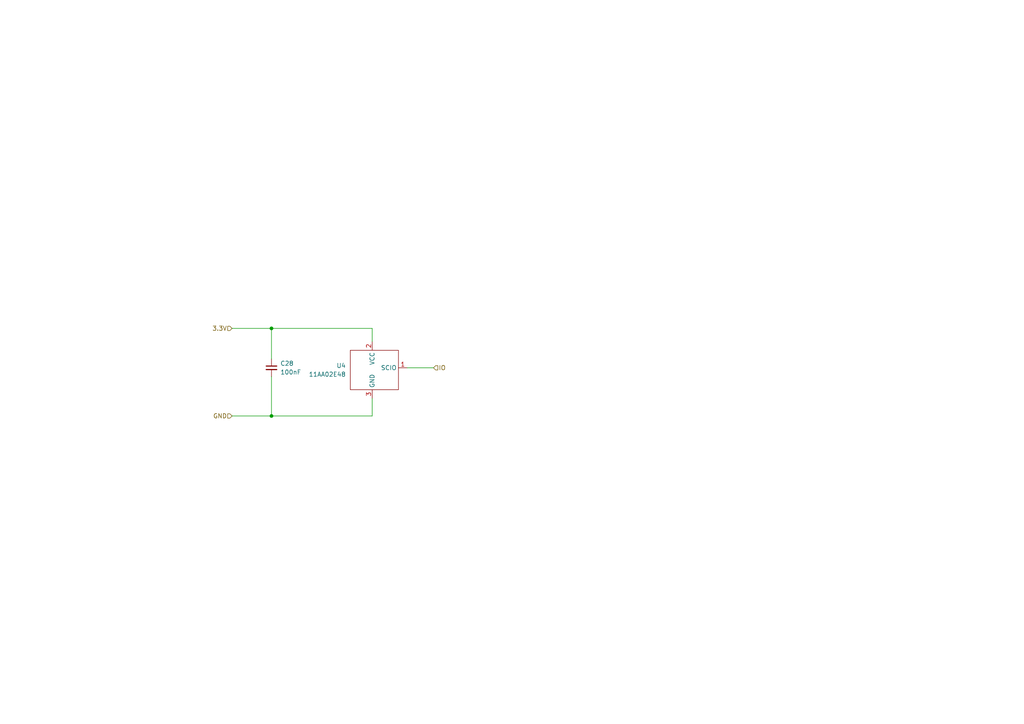
<source format=kicad_sch>
(kicad_sch (version 20211123) (generator eeschema)

  (uuid d0044b46-ca70-420e-87a1-097a7546012e)

  (paper "A4")

  (lib_symbols
    (symbol "Device:C_Small" (pin_numbers hide) (pin_names (offset 0.254) hide) (in_bom yes) (on_board yes)
      (property "Reference" "C" (id 0) (at 0.254 1.778 0)
        (effects (font (size 1.27 1.27)) (justify left))
      )
      (property "Value" "C_Small" (id 1) (at 0.254 -2.032 0)
        (effects (font (size 1.27 1.27)) (justify left))
      )
      (property "Footprint" "" (id 2) (at 0 0 0)
        (effects (font (size 1.27 1.27)) hide)
      )
      (property "Datasheet" "~" (id 3) (at 0 0 0)
        (effects (font (size 1.27 1.27)) hide)
      )
      (property "ki_keywords" "capacitor cap" (id 4) (at 0 0 0)
        (effects (font (size 1.27 1.27)) hide)
      )
      (property "ki_description" "Unpolarized capacitor, small symbol" (id 5) (at 0 0 0)
        (effects (font (size 1.27 1.27)) hide)
      )
      (property "ki_fp_filters" "C_*" (id 6) (at 0 0 0)
        (effects (font (size 1.27 1.27)) hide)
      )
      (symbol "C_Small_0_1"
        (polyline
          (pts
            (xy -1.524 -0.508)
            (xy 1.524 -0.508)
          )
          (stroke (width 0.3302) (type default) (color 0 0 0 0))
          (fill (type none))
        )
        (polyline
          (pts
            (xy -1.524 0.508)
            (xy 1.524 0.508)
          )
          (stroke (width 0.3048) (type default) (color 0 0 0 0))
          (fill (type none))
        )
      )
      (symbol "C_Small_1_1"
        (pin passive line (at 0 2.54 270) (length 2.032)
          (name "~" (effects (font (size 1.27 1.27))))
          (number "1" (effects (font (size 1.27 1.27))))
        )
        (pin passive line (at 0 -2.54 90) (length 2.032)
          (name "~" (effects (font (size 1.27 1.27))))
          (number "2" (effects (font (size 1.27 1.27))))
        )
      )
    )
    (symbol "parts:11AA02E48" (in_bom yes) (on_board yes)
      (property "Reference" "U" (id 0) (at -12.7 3.81 0)
        (effects (font (size 1.27 1.27)))
      )
      (property "Value" "11AA02E48" (id 1) (at -7.62 6.35 0)
        (effects (font (size 1.27 1.27)))
      )
      (property "Footprint" "" (id 2) (at 0 0 0)
        (effects (font (size 1.27 1.27)) hide)
      )
      (property "Datasheet" "" (id 3) (at 0 0 0)
        (effects (font (size 1.27 1.27)) hide)
      )
      (symbol "11AA02E48_0_1"
        (rectangle (start -6.35 5.08) (end 7.62 -6.35)
          (stroke (width 0) (type default) (color 0 0 0 0))
          (fill (type none))
        )
      )
      (symbol "11AA02E48_1_1"
        (pin bidirectional line (at 10.16 0 180) (length 2.54)
          (name "SCIO" (effects (font (size 1.27 1.27))))
          (number "1" (effects (font (size 1.27 1.27))))
        )
        (pin power_in line (at 0 7.62 270) (length 2.54)
          (name "VCC" (effects (font (size 1.27 1.27))))
          (number "2" (effects (font (size 1.27 1.27))))
        )
        (pin power_in line (at 0 -8.89 90) (length 2.54)
          (name "GND" (effects (font (size 1.27 1.27))))
          (number "3" (effects (font (size 1.27 1.27))))
        )
      )
    )
  )

  (junction (at 78.74 120.65) (diameter 0) (color 0 0 0 0)
    (uuid 2f8a113b-de46-4d04-8ba0-feb2fa1a6e00)
  )
  (junction (at 78.74 95.25) (diameter 0) (color 0 0 0 0)
    (uuid 73ba8b11-073a-4c0d-a8b0-f7fa0a530a89)
  )

  (wire (pts (xy 107.95 120.65) (xy 107.95 115.57))
    (stroke (width 0) (type default) (color 0 0 0 0))
    (uuid 38473bc8-c751-45ee-98c7-dcb94516b540)
  )
  (wire (pts (xy 78.74 109.22) (xy 78.74 120.65))
    (stroke (width 0) (type default) (color 0 0 0 0))
    (uuid 42ee196a-e036-404d-a392-aead1c7d6c11)
  )
  (wire (pts (xy 78.74 95.25) (xy 107.95 95.25))
    (stroke (width 0) (type default) (color 0 0 0 0))
    (uuid 4774c407-6717-4118-bd33-589ac81c3008)
  )
  (wire (pts (xy 78.74 120.65) (xy 107.95 120.65))
    (stroke (width 0) (type default) (color 0 0 0 0))
    (uuid 4c8ecc6d-e9db-44a1-9929-8a506a96df04)
  )
  (wire (pts (xy 78.74 95.25) (xy 78.74 104.14))
    (stroke (width 0) (type default) (color 0 0 0 0))
    (uuid 941e3f51-cb1e-4865-b967-fb213aca5189)
  )
  (wire (pts (xy 118.11 106.68) (xy 125.73 106.68))
    (stroke (width 0) (type default) (color 0 0 0 0))
    (uuid 9f6d13d9-d573-4941-86a0-98bda4669554)
  )
  (wire (pts (xy 67.31 120.65) (xy 78.74 120.65))
    (stroke (width 0) (type default) (color 0 0 0 0))
    (uuid a19db8cc-7851-4914-bc1a-d4407506cc83)
  )
  (wire (pts (xy 107.95 95.25) (xy 107.95 99.06))
    (stroke (width 0) (type default) (color 0 0 0 0))
    (uuid b02840a8-03f3-457a-85a7-404d9c81d8c5)
  )
  (wire (pts (xy 67.31 95.25) (xy 78.74 95.25))
    (stroke (width 0) (type default) (color 0 0 0 0))
    (uuid e66c3e74-e7bb-491a-a67f-c33832abf05c)
  )

  (hierarchical_label "GND" (shape input) (at 67.31 120.65 180)
    (effects (font (size 1.27 1.27)) (justify right))
    (uuid 1e3e8a34-899a-4708-a252-4694bb5b80f4)
  )
  (hierarchical_label "IO" (shape input) (at 125.73 106.68 0)
    (effects (font (size 1.27 1.27)) (justify left))
    (uuid c645658a-a153-4b57-83d8-c11b6911de9b)
  )
  (hierarchical_label "3.3V" (shape input) (at 67.31 95.25 180)
    (effects (font (size 1.27 1.27)) (justify right))
    (uuid eeb7ac06-93a9-48d6-94cc-dd51ac32af33)
  )

  (symbol (lib_id "Device:C_Small") (at 78.74 106.68 0) (unit 1)
    (in_bom yes) (on_board yes) (fields_autoplaced)
    (uuid a115c252-c1b6-4621-afe0-b26b2974b18f)
    (property "Reference" "C28" (id 0) (at 81.28 105.4162 0)
      (effects (font (size 1.27 1.27)) (justify left))
    )
    (property "Value" "100nF" (id 1) (at 81.28 107.9562 0)
      (effects (font (size 1.27 1.27)) (justify left))
    )
    (property "Footprint" "Capacitor_SMD:C_0603_1608Metric" (id 2) (at 78.74 106.68 0)
      (effects (font (size 1.27 1.27)) hide)
    )
    (property "Datasheet" "~" (id 3) (at 78.74 106.68 0)
      (effects (font (size 1.27 1.27)) hide)
    )
    (pin "1" (uuid 3ab6c0a5-a97f-4675-b9b6-2df02392f087))
    (pin "2" (uuid f0f39c4a-33d0-4031-a0ee-574c1b54cc87))
  )

  (symbol (lib_id "parts:11AA02E48") (at 107.95 106.68 0) (unit 1)
    (in_bom yes) (on_board yes) (fields_autoplaced)
    (uuid cb2ba9a4-f213-49d9-ba66-a6034b621a6f)
    (property "Reference" "U4" (id 0) (at 100.33 106.0449 0)
      (effects (font (size 1.27 1.27)) (justify right))
    )
    (property "Value" "11AA02E48" (id 1) (at 100.33 108.5849 0)
      (effects (font (size 1.27 1.27)) (justify right))
    )
    (property "Footprint" "Package_TO_SOT_SMD:SOT-23" (id 2) (at 107.95 106.68 0)
      (effects (font (size 1.27 1.27)) hide)
    )
    (property "Datasheet" "https://ww1.microchip.com/downloads/aemDocuments/documents/OTH/ProductDocuments/DataSheets/11AA02E48-11AA02E64-2K-UNIO-Serial-EEPROMs-Data-Sheet-20002122E.pdf" (id 3) (at 107.95 106.68 0)
      (effects (font (size 1.27 1.27)) hide)
    )
    (property "DigiKey_PN" "11AA02E48T-I/TTCT-ND" (id 4) (at 107.95 106.68 0)
      (effects (font (size 1.27 1.27)) hide)
    )
    (property "MPN" "11AA02E48T-I/TT" (id 5) (at 107.95 106.68 0)
      (effects (font (size 1.27 1.27)) hide)
    )
    (pin "1" (uuid a2330356-494b-4035-917c-0269124be342))
    (pin "2" (uuid 578e9df3-5391-4a4d-84e1-696b5cb2c88c))
    (pin "3" (uuid 3d6f08fa-74b0-4a7a-b850-7ca572830822))
  )
)

</source>
